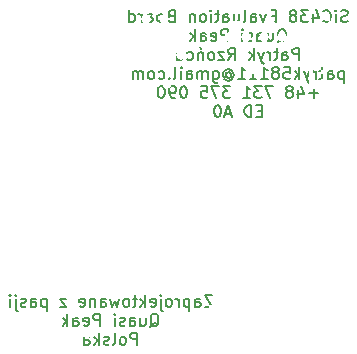
<source format=gbo>
%TF.GenerationSoftware,KiCad,Pcbnew,6.0.1-79c1e3a40b~116~ubuntu20.04.1*%
%TF.CreationDate,2022-01-22T21:44:10+01:00*%
%TF.ProjectId,Step_Down_Converter,53746570-5f44-46f7-976e-5f436f6e7665,rev?*%
%TF.SameCoordinates,Original*%
%TF.FileFunction,Legend,Bot*%
%TF.FilePolarity,Positive*%
%FSLAX46Y46*%
G04 Gerber Fmt 4.6, Leading zero omitted, Abs format (unit mm)*
G04 Created by KiCad (PCBNEW 6.0.1-79c1e3a40b~116~ubuntu20.04.1) date 2022-01-22 21:44:10*
%MOMM*%
%LPD*%
G01*
G04 APERTURE LIST*
%ADD10C,0.150000*%
%ADD11R,1.700000X1.700000*%
%ADD12O,1.700000X1.700000*%
%ADD13C,6.400000*%
%ADD14R,1.950000X1.950000*%
%ADD15C,1.950000*%
%ADD16C,0.400000*%
%ADD17C,0.800000*%
G04 APERTURE END LIST*
D10*
X187619047Y-137342380D02*
X186952380Y-137342380D01*
X187619047Y-138342380D01*
X186952380Y-138342380D01*
X186142857Y-138342380D02*
X186142857Y-137818571D01*
X186190476Y-137723333D01*
X186285714Y-137675714D01*
X186476190Y-137675714D01*
X186571428Y-137723333D01*
X186142857Y-138294761D02*
X186238095Y-138342380D01*
X186476190Y-138342380D01*
X186571428Y-138294761D01*
X186619047Y-138199523D01*
X186619047Y-138104285D01*
X186571428Y-138009047D01*
X186476190Y-137961428D01*
X186238095Y-137961428D01*
X186142857Y-137913809D01*
X185666666Y-137675714D02*
X185666666Y-138675714D01*
X185666666Y-137723333D02*
X185571428Y-137675714D01*
X185380952Y-137675714D01*
X185285714Y-137723333D01*
X185238095Y-137770952D01*
X185190476Y-137866190D01*
X185190476Y-138151904D01*
X185238095Y-138247142D01*
X185285714Y-138294761D01*
X185380952Y-138342380D01*
X185571428Y-138342380D01*
X185666666Y-138294761D01*
X184761904Y-138342380D02*
X184761904Y-137675714D01*
X184761904Y-137866190D02*
X184714285Y-137770952D01*
X184666666Y-137723333D01*
X184571428Y-137675714D01*
X184476190Y-137675714D01*
X184000000Y-138342380D02*
X184095238Y-138294761D01*
X184142857Y-138247142D01*
X184190476Y-138151904D01*
X184190476Y-137866190D01*
X184142857Y-137770952D01*
X184095238Y-137723333D01*
X184000000Y-137675714D01*
X183857142Y-137675714D01*
X183761904Y-137723333D01*
X183714285Y-137770952D01*
X183666666Y-137866190D01*
X183666666Y-138151904D01*
X183714285Y-138247142D01*
X183761904Y-138294761D01*
X183857142Y-138342380D01*
X184000000Y-138342380D01*
X183238095Y-137675714D02*
X183238095Y-138532857D01*
X183285714Y-138628095D01*
X183380952Y-138675714D01*
X183428571Y-138675714D01*
X183238095Y-137342380D02*
X183285714Y-137390000D01*
X183238095Y-137437619D01*
X183190476Y-137390000D01*
X183238095Y-137342380D01*
X183238095Y-137437619D01*
X182380952Y-138294761D02*
X182476190Y-138342380D01*
X182666666Y-138342380D01*
X182761904Y-138294761D01*
X182809523Y-138199523D01*
X182809523Y-137818571D01*
X182761904Y-137723333D01*
X182666666Y-137675714D01*
X182476190Y-137675714D01*
X182380952Y-137723333D01*
X182333333Y-137818571D01*
X182333333Y-137913809D01*
X182809523Y-138009047D01*
X181904761Y-138342380D02*
X181904761Y-137342380D01*
X181809523Y-137961428D02*
X181523809Y-138342380D01*
X181523809Y-137675714D02*
X181904761Y-138056666D01*
X181238095Y-137675714D02*
X180857142Y-137675714D01*
X181095238Y-137342380D02*
X181095238Y-138199523D01*
X181047619Y-138294761D01*
X180952380Y-138342380D01*
X180857142Y-138342380D01*
X180380952Y-138342380D02*
X180476190Y-138294761D01*
X180523809Y-138247142D01*
X180571428Y-138151904D01*
X180571428Y-137866190D01*
X180523809Y-137770952D01*
X180476190Y-137723333D01*
X180380952Y-137675714D01*
X180238095Y-137675714D01*
X180142857Y-137723333D01*
X180095238Y-137770952D01*
X180047619Y-137866190D01*
X180047619Y-138151904D01*
X180095238Y-138247142D01*
X180142857Y-138294761D01*
X180238095Y-138342380D01*
X180380952Y-138342380D01*
X179714285Y-137675714D02*
X179523809Y-138342380D01*
X179333333Y-137866190D01*
X179142857Y-138342380D01*
X178952380Y-137675714D01*
X178142857Y-138342380D02*
X178142857Y-137818571D01*
X178190476Y-137723333D01*
X178285714Y-137675714D01*
X178476190Y-137675714D01*
X178571428Y-137723333D01*
X178142857Y-138294761D02*
X178238095Y-138342380D01*
X178476190Y-138342380D01*
X178571428Y-138294761D01*
X178619047Y-138199523D01*
X178619047Y-138104285D01*
X178571428Y-138009047D01*
X178476190Y-137961428D01*
X178238095Y-137961428D01*
X178142857Y-137913809D01*
X177666666Y-137675714D02*
X177666666Y-138342380D01*
X177666666Y-137770952D02*
X177619047Y-137723333D01*
X177523809Y-137675714D01*
X177380952Y-137675714D01*
X177285714Y-137723333D01*
X177238095Y-137818571D01*
X177238095Y-138342380D01*
X176380952Y-138294761D02*
X176476190Y-138342380D01*
X176666666Y-138342380D01*
X176761904Y-138294761D01*
X176809523Y-138199523D01*
X176809523Y-137818571D01*
X176761904Y-137723333D01*
X176666666Y-137675714D01*
X176476190Y-137675714D01*
X176380952Y-137723333D01*
X176333333Y-137818571D01*
X176333333Y-137913809D01*
X176809523Y-138009047D01*
X175238095Y-137675714D02*
X174714285Y-137675714D01*
X175238095Y-138342380D01*
X174714285Y-138342380D01*
X173571428Y-137675714D02*
X173571428Y-138675714D01*
X173571428Y-137723333D02*
X173476190Y-137675714D01*
X173285714Y-137675714D01*
X173190476Y-137723333D01*
X173142857Y-137770952D01*
X173095238Y-137866190D01*
X173095238Y-138151904D01*
X173142857Y-138247142D01*
X173190476Y-138294761D01*
X173285714Y-138342380D01*
X173476190Y-138342380D01*
X173571428Y-138294761D01*
X172238095Y-138342380D02*
X172238095Y-137818571D01*
X172285714Y-137723333D01*
X172380952Y-137675714D01*
X172571428Y-137675714D01*
X172666666Y-137723333D01*
X172238095Y-138294761D02*
X172333333Y-138342380D01*
X172571428Y-138342380D01*
X172666666Y-138294761D01*
X172714285Y-138199523D01*
X172714285Y-138104285D01*
X172666666Y-138009047D01*
X172571428Y-137961428D01*
X172333333Y-137961428D01*
X172238095Y-137913809D01*
X171809523Y-138294761D02*
X171714285Y-138342380D01*
X171523809Y-138342380D01*
X171428571Y-138294761D01*
X171380952Y-138199523D01*
X171380952Y-138151904D01*
X171428571Y-138056666D01*
X171523809Y-138009047D01*
X171666666Y-138009047D01*
X171761904Y-137961428D01*
X171809523Y-137866190D01*
X171809523Y-137818571D01*
X171761904Y-137723333D01*
X171666666Y-137675714D01*
X171523809Y-137675714D01*
X171428571Y-137723333D01*
X170952380Y-137675714D02*
X170952380Y-138532857D01*
X171000000Y-138628095D01*
X171095238Y-138675714D01*
X171142857Y-138675714D01*
X170952380Y-137342380D02*
X171000000Y-137390000D01*
X170952380Y-137437619D01*
X170904761Y-137390000D01*
X170952380Y-137342380D01*
X170952380Y-137437619D01*
X170476190Y-138342380D02*
X170476190Y-137675714D01*
X170476190Y-137342380D02*
X170523809Y-137390000D01*
X170476190Y-137437619D01*
X170428571Y-137390000D01*
X170476190Y-137342380D01*
X170476190Y-137437619D01*
X182333333Y-140047619D02*
X182428571Y-140000000D01*
X182523809Y-139904761D01*
X182666666Y-139761904D01*
X182761904Y-139714285D01*
X182857142Y-139714285D01*
X182809523Y-139952380D02*
X182904761Y-139904761D01*
X183000000Y-139809523D01*
X183047619Y-139619047D01*
X183047619Y-139285714D01*
X183000000Y-139095238D01*
X182904761Y-139000000D01*
X182809523Y-138952380D01*
X182619047Y-138952380D01*
X182523809Y-139000000D01*
X182428571Y-139095238D01*
X182380952Y-139285714D01*
X182380952Y-139619047D01*
X182428571Y-139809523D01*
X182523809Y-139904761D01*
X182619047Y-139952380D01*
X182809523Y-139952380D01*
X181523809Y-139285714D02*
X181523809Y-139952380D01*
X181952380Y-139285714D02*
X181952380Y-139809523D01*
X181904761Y-139904761D01*
X181809523Y-139952380D01*
X181666666Y-139952380D01*
X181571428Y-139904761D01*
X181523809Y-139857142D01*
X180619047Y-139952380D02*
X180619047Y-139428571D01*
X180666666Y-139333333D01*
X180761904Y-139285714D01*
X180952380Y-139285714D01*
X181047619Y-139333333D01*
X180619047Y-139904761D02*
X180714285Y-139952380D01*
X180952380Y-139952380D01*
X181047619Y-139904761D01*
X181095238Y-139809523D01*
X181095238Y-139714285D01*
X181047619Y-139619047D01*
X180952380Y-139571428D01*
X180714285Y-139571428D01*
X180619047Y-139523809D01*
X180190476Y-139904761D02*
X180095238Y-139952380D01*
X179904761Y-139952380D01*
X179809523Y-139904761D01*
X179761904Y-139809523D01*
X179761904Y-139761904D01*
X179809523Y-139666666D01*
X179904761Y-139619047D01*
X180047619Y-139619047D01*
X180142857Y-139571428D01*
X180190476Y-139476190D01*
X180190476Y-139428571D01*
X180142857Y-139333333D01*
X180047619Y-139285714D01*
X179904761Y-139285714D01*
X179809523Y-139333333D01*
X179333333Y-139952380D02*
X179333333Y-139285714D01*
X179333333Y-138952380D02*
X179380952Y-139000000D01*
X179333333Y-139047619D01*
X179285714Y-139000000D01*
X179333333Y-138952380D01*
X179333333Y-139047619D01*
X178095238Y-139952380D02*
X178095238Y-138952380D01*
X177714285Y-138952380D01*
X177619047Y-139000000D01*
X177571428Y-139047619D01*
X177523809Y-139142857D01*
X177523809Y-139285714D01*
X177571428Y-139380952D01*
X177619047Y-139428571D01*
X177714285Y-139476190D01*
X178095238Y-139476190D01*
X176714285Y-139904761D02*
X176809523Y-139952380D01*
X177000000Y-139952380D01*
X177095238Y-139904761D01*
X177142857Y-139809523D01*
X177142857Y-139428571D01*
X177095238Y-139333333D01*
X177000000Y-139285714D01*
X176809523Y-139285714D01*
X176714285Y-139333333D01*
X176666666Y-139428571D01*
X176666666Y-139523809D01*
X177142857Y-139619047D01*
X175809523Y-139952380D02*
X175809523Y-139428571D01*
X175857142Y-139333333D01*
X175952380Y-139285714D01*
X176142857Y-139285714D01*
X176238095Y-139333333D01*
X175809523Y-139904761D02*
X175904761Y-139952380D01*
X176142857Y-139952380D01*
X176238095Y-139904761D01*
X176285714Y-139809523D01*
X176285714Y-139714285D01*
X176238095Y-139619047D01*
X176142857Y-139571428D01*
X175904761Y-139571428D01*
X175809523Y-139523809D01*
X175333333Y-139952380D02*
X175333333Y-138952380D01*
X175238095Y-139571428D02*
X174952380Y-139952380D01*
X174952380Y-139285714D02*
X175333333Y-139666666D01*
X181238095Y-141562380D02*
X181238095Y-140562380D01*
X180857142Y-140562380D01*
X180761904Y-140610000D01*
X180714285Y-140657619D01*
X180666666Y-140752857D01*
X180666666Y-140895714D01*
X180714285Y-140990952D01*
X180761904Y-141038571D01*
X180857142Y-141086190D01*
X181238095Y-141086190D01*
X180095238Y-141562380D02*
X180190476Y-141514761D01*
X180238095Y-141467142D01*
X180285714Y-141371904D01*
X180285714Y-141086190D01*
X180238095Y-140990952D01*
X180190476Y-140943333D01*
X180095238Y-140895714D01*
X179952380Y-140895714D01*
X179857142Y-140943333D01*
X179809523Y-140990952D01*
X179761904Y-141086190D01*
X179761904Y-141371904D01*
X179809523Y-141467142D01*
X179857142Y-141514761D01*
X179952380Y-141562380D01*
X180095238Y-141562380D01*
X179190476Y-141562380D02*
X179285714Y-141514761D01*
X179333333Y-141419523D01*
X179333333Y-140562380D01*
X178857142Y-141514761D02*
X178761904Y-141562380D01*
X178571428Y-141562380D01*
X178476190Y-141514761D01*
X178428571Y-141419523D01*
X178428571Y-141371904D01*
X178476190Y-141276666D01*
X178571428Y-141229047D01*
X178714285Y-141229047D01*
X178809523Y-141181428D01*
X178857142Y-141086190D01*
X178857142Y-141038571D01*
X178809523Y-140943333D01*
X178714285Y-140895714D01*
X178571428Y-140895714D01*
X178476190Y-140943333D01*
X178000000Y-141562380D02*
X178000000Y-140562380D01*
X177904761Y-141181428D02*
X177619047Y-141562380D01*
X177619047Y-140895714D02*
X178000000Y-141276666D01*
X176761904Y-141562380D02*
X176761904Y-141038571D01*
X176809523Y-140943333D01*
X176904761Y-140895714D01*
X177095238Y-140895714D01*
X177190476Y-140943333D01*
X176761904Y-141514761D02*
X176857142Y-141562380D01*
X177095238Y-141562380D01*
X177190476Y-141514761D01*
X177238095Y-141419523D01*
X177238095Y-141324285D01*
X177190476Y-141229047D01*
X177095238Y-141181428D01*
X176857142Y-141181428D01*
X176761904Y-141133809D01*
X199061904Y-114179761D02*
X198919047Y-114227380D01*
X198680952Y-114227380D01*
X198585714Y-114179761D01*
X198538095Y-114132142D01*
X198490476Y-114036904D01*
X198490476Y-113941666D01*
X198538095Y-113846428D01*
X198585714Y-113798809D01*
X198680952Y-113751190D01*
X198871428Y-113703571D01*
X198966666Y-113655952D01*
X199014285Y-113608333D01*
X199061904Y-113513095D01*
X199061904Y-113417857D01*
X199014285Y-113322619D01*
X198966666Y-113275000D01*
X198871428Y-113227380D01*
X198633333Y-113227380D01*
X198490476Y-113275000D01*
X198061904Y-114227380D02*
X198061904Y-113560714D01*
X198061904Y-113227380D02*
X198109523Y-113275000D01*
X198061904Y-113322619D01*
X198014285Y-113275000D01*
X198061904Y-113227380D01*
X198061904Y-113322619D01*
X197014285Y-114132142D02*
X197061904Y-114179761D01*
X197204761Y-114227380D01*
X197300000Y-114227380D01*
X197442857Y-114179761D01*
X197538095Y-114084523D01*
X197585714Y-113989285D01*
X197633333Y-113798809D01*
X197633333Y-113655952D01*
X197585714Y-113465476D01*
X197538095Y-113370238D01*
X197442857Y-113275000D01*
X197300000Y-113227380D01*
X197204761Y-113227380D01*
X197061904Y-113275000D01*
X197014285Y-113322619D01*
X196157142Y-113560714D02*
X196157142Y-114227380D01*
X196395238Y-113179761D02*
X196633333Y-113894047D01*
X196014285Y-113894047D01*
X195728571Y-113227380D02*
X195109523Y-113227380D01*
X195442857Y-113608333D01*
X195300000Y-113608333D01*
X195204761Y-113655952D01*
X195157142Y-113703571D01*
X195109523Y-113798809D01*
X195109523Y-114036904D01*
X195157142Y-114132142D01*
X195204761Y-114179761D01*
X195300000Y-114227380D01*
X195585714Y-114227380D01*
X195680952Y-114179761D01*
X195728571Y-114132142D01*
X194538095Y-113655952D02*
X194633333Y-113608333D01*
X194680952Y-113560714D01*
X194728571Y-113465476D01*
X194728571Y-113417857D01*
X194680952Y-113322619D01*
X194633333Y-113275000D01*
X194538095Y-113227380D01*
X194347619Y-113227380D01*
X194252380Y-113275000D01*
X194204761Y-113322619D01*
X194157142Y-113417857D01*
X194157142Y-113465476D01*
X194204761Y-113560714D01*
X194252380Y-113608333D01*
X194347619Y-113655952D01*
X194538095Y-113655952D01*
X194633333Y-113703571D01*
X194680952Y-113751190D01*
X194728571Y-113846428D01*
X194728571Y-114036904D01*
X194680952Y-114132142D01*
X194633333Y-114179761D01*
X194538095Y-114227380D01*
X194347619Y-114227380D01*
X194252380Y-114179761D01*
X194204761Y-114132142D01*
X194157142Y-114036904D01*
X194157142Y-113846428D01*
X194204761Y-113751190D01*
X194252380Y-113703571D01*
X194347619Y-113655952D01*
X192966666Y-113703571D02*
X192633333Y-113703571D01*
X192490476Y-114227380D02*
X192966666Y-114227380D01*
X192966666Y-113227380D01*
X192490476Y-113227380D01*
X192157142Y-113560714D02*
X191919047Y-114227380D01*
X191680952Y-113560714D01*
X190871428Y-114227380D02*
X190871428Y-113703571D01*
X190919047Y-113608333D01*
X191014285Y-113560714D01*
X191204761Y-113560714D01*
X191300000Y-113608333D01*
X190871428Y-114179761D02*
X190966666Y-114227380D01*
X191204761Y-114227380D01*
X191300000Y-114179761D01*
X191347619Y-114084523D01*
X191347619Y-113989285D01*
X191300000Y-113894047D01*
X191204761Y-113846428D01*
X190966666Y-113846428D01*
X190871428Y-113798809D01*
X190252380Y-114227380D02*
X190347619Y-114179761D01*
X190395238Y-114084523D01*
X190395238Y-113227380D01*
X189442857Y-113560714D02*
X189442857Y-114227380D01*
X189871428Y-113560714D02*
X189871428Y-114084523D01*
X189823809Y-114179761D01*
X189728571Y-114227380D01*
X189585714Y-114227380D01*
X189490476Y-114179761D01*
X189442857Y-114132142D01*
X188538095Y-114227380D02*
X188538095Y-113703571D01*
X188585714Y-113608333D01*
X188680952Y-113560714D01*
X188871428Y-113560714D01*
X188966666Y-113608333D01*
X188538095Y-114179761D02*
X188633333Y-114227380D01*
X188871428Y-114227380D01*
X188966666Y-114179761D01*
X189014285Y-114084523D01*
X189014285Y-113989285D01*
X188966666Y-113894047D01*
X188871428Y-113846428D01*
X188633333Y-113846428D01*
X188538095Y-113798809D01*
X188204761Y-113560714D02*
X187823809Y-113560714D01*
X188061904Y-113227380D02*
X188061904Y-114084523D01*
X188014285Y-114179761D01*
X187919047Y-114227380D01*
X187823809Y-114227380D01*
X187490476Y-114227380D02*
X187490476Y-113560714D01*
X187490476Y-113227380D02*
X187538095Y-113275000D01*
X187490476Y-113322619D01*
X187442857Y-113275000D01*
X187490476Y-113227380D01*
X187490476Y-113322619D01*
X186871428Y-114227380D02*
X186966666Y-114179761D01*
X187014285Y-114132142D01*
X187061904Y-114036904D01*
X187061904Y-113751190D01*
X187014285Y-113655952D01*
X186966666Y-113608333D01*
X186871428Y-113560714D01*
X186728571Y-113560714D01*
X186633333Y-113608333D01*
X186585714Y-113655952D01*
X186538095Y-113751190D01*
X186538095Y-114036904D01*
X186585714Y-114132142D01*
X186633333Y-114179761D01*
X186728571Y-114227380D01*
X186871428Y-114227380D01*
X186109523Y-113560714D02*
X186109523Y-114227380D01*
X186109523Y-113655952D02*
X186061904Y-113608333D01*
X185966666Y-113560714D01*
X185823809Y-113560714D01*
X185728571Y-113608333D01*
X185680952Y-113703571D01*
X185680952Y-114227380D01*
X184109523Y-113703571D02*
X183966666Y-113751190D01*
X183919047Y-113798809D01*
X183871428Y-113894047D01*
X183871428Y-114036904D01*
X183919047Y-114132142D01*
X183966666Y-114179761D01*
X184061904Y-114227380D01*
X184442857Y-114227380D01*
X184442857Y-113227380D01*
X184109523Y-113227380D01*
X184014285Y-113275000D01*
X183966666Y-113322619D01*
X183919047Y-113417857D01*
X183919047Y-113513095D01*
X183966666Y-113608333D01*
X184014285Y-113655952D01*
X184109523Y-113703571D01*
X184442857Y-113703571D01*
X183300000Y-114227380D02*
X183395238Y-114179761D01*
X183442857Y-114132142D01*
X183490476Y-114036904D01*
X183490476Y-113751190D01*
X183442857Y-113655952D01*
X183395238Y-113608333D01*
X183300000Y-113560714D01*
X183157142Y-113560714D01*
X183061904Y-113608333D01*
X183014285Y-113655952D01*
X182966666Y-113751190D01*
X182966666Y-114036904D01*
X183014285Y-114132142D01*
X183061904Y-114179761D01*
X183157142Y-114227380D01*
X183300000Y-114227380D01*
X182109523Y-114227380D02*
X182109523Y-113703571D01*
X182157142Y-113608333D01*
X182252380Y-113560714D01*
X182442857Y-113560714D01*
X182538095Y-113608333D01*
X182109523Y-114179761D02*
X182204761Y-114227380D01*
X182442857Y-114227380D01*
X182538095Y-114179761D01*
X182585714Y-114084523D01*
X182585714Y-113989285D01*
X182538095Y-113894047D01*
X182442857Y-113846428D01*
X182204761Y-113846428D01*
X182109523Y-113798809D01*
X181633333Y-114227380D02*
X181633333Y-113560714D01*
X181633333Y-113751190D02*
X181585714Y-113655952D01*
X181538095Y-113608333D01*
X181442857Y-113560714D01*
X181347619Y-113560714D01*
X180585714Y-114227380D02*
X180585714Y-113227380D01*
X180585714Y-114179761D02*
X180680952Y-114227380D01*
X180871428Y-114227380D01*
X180966666Y-114179761D01*
X181014285Y-114132142D01*
X181061904Y-114036904D01*
X181061904Y-113751190D01*
X181014285Y-113655952D01*
X180966666Y-113608333D01*
X180871428Y-113560714D01*
X180680952Y-113560714D01*
X180585714Y-113608333D01*
X193133333Y-115932619D02*
X193228571Y-115885000D01*
X193323809Y-115789761D01*
X193466666Y-115646904D01*
X193561904Y-115599285D01*
X193657142Y-115599285D01*
X193609523Y-115837380D02*
X193704761Y-115789761D01*
X193800000Y-115694523D01*
X193847619Y-115504047D01*
X193847619Y-115170714D01*
X193800000Y-114980238D01*
X193704761Y-114885000D01*
X193609523Y-114837380D01*
X193419047Y-114837380D01*
X193323809Y-114885000D01*
X193228571Y-114980238D01*
X193180952Y-115170714D01*
X193180952Y-115504047D01*
X193228571Y-115694523D01*
X193323809Y-115789761D01*
X193419047Y-115837380D01*
X193609523Y-115837380D01*
X192323809Y-115170714D02*
X192323809Y-115837380D01*
X192752380Y-115170714D02*
X192752380Y-115694523D01*
X192704761Y-115789761D01*
X192609523Y-115837380D01*
X192466666Y-115837380D01*
X192371428Y-115789761D01*
X192323809Y-115742142D01*
X191419047Y-115837380D02*
X191419047Y-115313571D01*
X191466666Y-115218333D01*
X191561904Y-115170714D01*
X191752380Y-115170714D01*
X191847619Y-115218333D01*
X191419047Y-115789761D02*
X191514285Y-115837380D01*
X191752380Y-115837380D01*
X191847619Y-115789761D01*
X191895238Y-115694523D01*
X191895238Y-115599285D01*
X191847619Y-115504047D01*
X191752380Y-115456428D01*
X191514285Y-115456428D01*
X191419047Y-115408809D01*
X190990476Y-115789761D02*
X190895238Y-115837380D01*
X190704761Y-115837380D01*
X190609523Y-115789761D01*
X190561904Y-115694523D01*
X190561904Y-115646904D01*
X190609523Y-115551666D01*
X190704761Y-115504047D01*
X190847619Y-115504047D01*
X190942857Y-115456428D01*
X190990476Y-115361190D01*
X190990476Y-115313571D01*
X190942857Y-115218333D01*
X190847619Y-115170714D01*
X190704761Y-115170714D01*
X190609523Y-115218333D01*
X190133333Y-115837380D02*
X190133333Y-115170714D01*
X190133333Y-114837380D02*
X190180952Y-114885000D01*
X190133333Y-114932619D01*
X190085714Y-114885000D01*
X190133333Y-114837380D01*
X190133333Y-114932619D01*
X188895238Y-115837380D02*
X188895238Y-114837380D01*
X188514285Y-114837380D01*
X188419047Y-114885000D01*
X188371428Y-114932619D01*
X188323809Y-115027857D01*
X188323809Y-115170714D01*
X188371428Y-115265952D01*
X188419047Y-115313571D01*
X188514285Y-115361190D01*
X188895238Y-115361190D01*
X187514285Y-115789761D02*
X187609523Y-115837380D01*
X187800000Y-115837380D01*
X187895238Y-115789761D01*
X187942857Y-115694523D01*
X187942857Y-115313571D01*
X187895238Y-115218333D01*
X187800000Y-115170714D01*
X187609523Y-115170714D01*
X187514285Y-115218333D01*
X187466666Y-115313571D01*
X187466666Y-115408809D01*
X187942857Y-115504047D01*
X186609523Y-115837380D02*
X186609523Y-115313571D01*
X186657142Y-115218333D01*
X186752380Y-115170714D01*
X186942857Y-115170714D01*
X187038095Y-115218333D01*
X186609523Y-115789761D02*
X186704761Y-115837380D01*
X186942857Y-115837380D01*
X187038095Y-115789761D01*
X187085714Y-115694523D01*
X187085714Y-115599285D01*
X187038095Y-115504047D01*
X186942857Y-115456428D01*
X186704761Y-115456428D01*
X186609523Y-115408809D01*
X186133333Y-115837380D02*
X186133333Y-114837380D01*
X186038095Y-115456428D02*
X185752380Y-115837380D01*
X185752380Y-115170714D02*
X186133333Y-115551666D01*
X194966666Y-117447380D02*
X194966666Y-116447380D01*
X194585714Y-116447380D01*
X194490476Y-116495000D01*
X194442857Y-116542619D01*
X194395238Y-116637857D01*
X194395238Y-116780714D01*
X194442857Y-116875952D01*
X194490476Y-116923571D01*
X194585714Y-116971190D01*
X194966666Y-116971190D01*
X193538095Y-117447380D02*
X193538095Y-116923571D01*
X193585714Y-116828333D01*
X193680952Y-116780714D01*
X193871428Y-116780714D01*
X193966666Y-116828333D01*
X193538095Y-117399761D02*
X193633333Y-117447380D01*
X193871428Y-117447380D01*
X193966666Y-117399761D01*
X194014285Y-117304523D01*
X194014285Y-117209285D01*
X193966666Y-117114047D01*
X193871428Y-117066428D01*
X193633333Y-117066428D01*
X193538095Y-117018809D01*
X193204761Y-116780714D02*
X192823809Y-116780714D01*
X193061904Y-116447380D02*
X193061904Y-117304523D01*
X193014285Y-117399761D01*
X192919047Y-117447380D01*
X192823809Y-117447380D01*
X192490476Y-117447380D02*
X192490476Y-116780714D01*
X192490476Y-116971190D02*
X192442857Y-116875952D01*
X192395238Y-116828333D01*
X192300000Y-116780714D01*
X192204761Y-116780714D01*
X191966666Y-116780714D02*
X191728571Y-117447380D01*
X191490476Y-116780714D02*
X191728571Y-117447380D01*
X191823809Y-117685476D01*
X191871428Y-117733095D01*
X191966666Y-117780714D01*
X191109523Y-117447380D02*
X191109523Y-116447380D01*
X191014285Y-117066428D02*
X190728571Y-117447380D01*
X190728571Y-116780714D02*
X191109523Y-117161666D01*
X188966666Y-117447380D02*
X189300000Y-116971190D01*
X189538095Y-117447380D02*
X189538095Y-116447380D01*
X189157142Y-116447380D01*
X189061904Y-116495000D01*
X189014285Y-116542619D01*
X188966666Y-116637857D01*
X188966666Y-116780714D01*
X189014285Y-116875952D01*
X189061904Y-116923571D01*
X189157142Y-116971190D01*
X189538095Y-116971190D01*
X188633333Y-116780714D02*
X188109523Y-116780714D01*
X188633333Y-117447380D01*
X188109523Y-117447380D01*
X187585714Y-117447380D02*
X187680952Y-117399761D01*
X187728571Y-117352142D01*
X187776190Y-117256904D01*
X187776190Y-116971190D01*
X187728571Y-116875952D01*
X187680952Y-116828333D01*
X187585714Y-116780714D01*
X187442857Y-116780714D01*
X187347619Y-116828333D01*
X187300000Y-116875952D01*
X187252380Y-116971190D01*
X187252380Y-117256904D01*
X187300000Y-117352142D01*
X187347619Y-117399761D01*
X187442857Y-117447380D01*
X187585714Y-117447380D01*
X186823809Y-116780714D02*
X186823809Y-117447380D01*
X186823809Y-116875952D02*
X186776190Y-116828333D01*
X186680952Y-116780714D01*
X186538095Y-116780714D01*
X186442857Y-116828333D01*
X186395238Y-116923571D01*
X186395238Y-117447380D01*
X186538095Y-116399761D02*
X186680952Y-116542619D01*
X185490476Y-117399761D02*
X185585714Y-117447380D01*
X185776190Y-117447380D01*
X185871428Y-117399761D01*
X185919047Y-117352142D01*
X185966666Y-117256904D01*
X185966666Y-116971190D01*
X185919047Y-116875952D01*
X185871428Y-116828333D01*
X185776190Y-116780714D01*
X185585714Y-116780714D01*
X185490476Y-116828333D01*
X184633333Y-117447380D02*
X184633333Y-116923571D01*
X184680952Y-116828333D01*
X184776190Y-116780714D01*
X184966666Y-116780714D01*
X185061904Y-116828333D01*
X184633333Y-117399761D02*
X184728571Y-117447380D01*
X184966666Y-117447380D01*
X185061904Y-117399761D01*
X185109523Y-117304523D01*
X185109523Y-117209285D01*
X185061904Y-117114047D01*
X184966666Y-117066428D01*
X184728571Y-117066428D01*
X184633333Y-117018809D01*
X198728571Y-118390714D02*
X198728571Y-119390714D01*
X198728571Y-118438333D02*
X198633333Y-118390714D01*
X198442857Y-118390714D01*
X198347619Y-118438333D01*
X198300000Y-118485952D01*
X198252380Y-118581190D01*
X198252380Y-118866904D01*
X198300000Y-118962142D01*
X198347619Y-119009761D01*
X198442857Y-119057380D01*
X198633333Y-119057380D01*
X198728571Y-119009761D01*
X197395238Y-119057380D02*
X197395238Y-118533571D01*
X197442857Y-118438333D01*
X197538095Y-118390714D01*
X197728571Y-118390714D01*
X197823809Y-118438333D01*
X197395238Y-119009761D02*
X197490476Y-119057380D01*
X197728571Y-119057380D01*
X197823809Y-119009761D01*
X197871428Y-118914523D01*
X197871428Y-118819285D01*
X197823809Y-118724047D01*
X197728571Y-118676428D01*
X197490476Y-118676428D01*
X197395238Y-118628809D01*
X197061904Y-118390714D02*
X196680952Y-118390714D01*
X196919047Y-118057380D02*
X196919047Y-118914523D01*
X196871428Y-119009761D01*
X196776190Y-119057380D01*
X196680952Y-119057380D01*
X196347619Y-119057380D02*
X196347619Y-118390714D01*
X196347619Y-118581190D02*
X196300000Y-118485952D01*
X196252380Y-118438333D01*
X196157142Y-118390714D01*
X196061904Y-118390714D01*
X195823809Y-118390714D02*
X195585714Y-119057380D01*
X195347619Y-118390714D02*
X195585714Y-119057380D01*
X195680952Y-119295476D01*
X195728571Y-119343095D01*
X195823809Y-119390714D01*
X194966666Y-119057380D02*
X194966666Y-118057380D01*
X194871428Y-118676428D02*
X194585714Y-119057380D01*
X194585714Y-118390714D02*
X194966666Y-118771666D01*
X193680952Y-118057380D02*
X194157142Y-118057380D01*
X194204761Y-118533571D01*
X194157142Y-118485952D01*
X194061904Y-118438333D01*
X193823809Y-118438333D01*
X193728571Y-118485952D01*
X193680952Y-118533571D01*
X193633333Y-118628809D01*
X193633333Y-118866904D01*
X193680952Y-118962142D01*
X193728571Y-119009761D01*
X193823809Y-119057380D01*
X194061904Y-119057380D01*
X194157142Y-119009761D01*
X194204761Y-118962142D01*
X193061904Y-118485952D02*
X193157142Y-118438333D01*
X193204761Y-118390714D01*
X193252380Y-118295476D01*
X193252380Y-118247857D01*
X193204761Y-118152619D01*
X193157142Y-118105000D01*
X193061904Y-118057380D01*
X192871428Y-118057380D01*
X192776190Y-118105000D01*
X192728571Y-118152619D01*
X192680952Y-118247857D01*
X192680952Y-118295476D01*
X192728571Y-118390714D01*
X192776190Y-118438333D01*
X192871428Y-118485952D01*
X193061904Y-118485952D01*
X193157142Y-118533571D01*
X193204761Y-118581190D01*
X193252380Y-118676428D01*
X193252380Y-118866904D01*
X193204761Y-118962142D01*
X193157142Y-119009761D01*
X193061904Y-119057380D01*
X192871428Y-119057380D01*
X192776190Y-119009761D01*
X192728571Y-118962142D01*
X192680952Y-118866904D01*
X192680952Y-118676428D01*
X192728571Y-118581190D01*
X192776190Y-118533571D01*
X192871428Y-118485952D01*
X191728571Y-119057380D02*
X192300000Y-119057380D01*
X192014285Y-119057380D02*
X192014285Y-118057380D01*
X192109523Y-118200238D01*
X192204761Y-118295476D01*
X192300000Y-118343095D01*
X190776190Y-119057380D02*
X191347619Y-119057380D01*
X191061904Y-119057380D02*
X191061904Y-118057380D01*
X191157142Y-118200238D01*
X191252380Y-118295476D01*
X191347619Y-118343095D01*
X189823809Y-119057380D02*
X190395238Y-119057380D01*
X190109523Y-119057380D02*
X190109523Y-118057380D01*
X190204761Y-118200238D01*
X190300000Y-118295476D01*
X190395238Y-118343095D01*
X188776190Y-118581190D02*
X188823809Y-118533571D01*
X188919047Y-118485952D01*
X189014285Y-118485952D01*
X189109523Y-118533571D01*
X189157142Y-118581190D01*
X189204761Y-118676428D01*
X189204761Y-118771666D01*
X189157142Y-118866904D01*
X189109523Y-118914523D01*
X189014285Y-118962142D01*
X188919047Y-118962142D01*
X188823809Y-118914523D01*
X188776190Y-118866904D01*
X188776190Y-118485952D02*
X188776190Y-118866904D01*
X188728571Y-118914523D01*
X188680952Y-118914523D01*
X188585714Y-118866904D01*
X188538095Y-118771666D01*
X188538095Y-118533571D01*
X188633333Y-118390714D01*
X188776190Y-118295476D01*
X188966666Y-118247857D01*
X189157142Y-118295476D01*
X189300000Y-118390714D01*
X189395238Y-118533571D01*
X189442857Y-118724047D01*
X189395238Y-118914523D01*
X189300000Y-119057380D01*
X189157142Y-119152619D01*
X188966666Y-119200238D01*
X188776190Y-119152619D01*
X188633333Y-119057380D01*
X187680952Y-118390714D02*
X187680952Y-119200238D01*
X187728571Y-119295476D01*
X187776190Y-119343095D01*
X187871428Y-119390714D01*
X188014285Y-119390714D01*
X188109523Y-119343095D01*
X187680952Y-119009761D02*
X187776190Y-119057380D01*
X187966666Y-119057380D01*
X188061904Y-119009761D01*
X188109523Y-118962142D01*
X188157142Y-118866904D01*
X188157142Y-118581190D01*
X188109523Y-118485952D01*
X188061904Y-118438333D01*
X187966666Y-118390714D01*
X187776190Y-118390714D01*
X187680952Y-118438333D01*
X187204761Y-119057380D02*
X187204761Y-118390714D01*
X187204761Y-118485952D02*
X187157142Y-118438333D01*
X187061904Y-118390714D01*
X186919047Y-118390714D01*
X186823809Y-118438333D01*
X186776190Y-118533571D01*
X186776190Y-119057380D01*
X186776190Y-118533571D02*
X186728571Y-118438333D01*
X186633333Y-118390714D01*
X186490476Y-118390714D01*
X186395238Y-118438333D01*
X186347619Y-118533571D01*
X186347619Y-119057380D01*
X185442857Y-119057380D02*
X185442857Y-118533571D01*
X185490476Y-118438333D01*
X185585714Y-118390714D01*
X185776190Y-118390714D01*
X185871428Y-118438333D01*
X185442857Y-119009761D02*
X185538095Y-119057380D01*
X185776190Y-119057380D01*
X185871428Y-119009761D01*
X185919047Y-118914523D01*
X185919047Y-118819285D01*
X185871428Y-118724047D01*
X185776190Y-118676428D01*
X185538095Y-118676428D01*
X185442857Y-118628809D01*
X184966666Y-119057380D02*
X184966666Y-118390714D01*
X184966666Y-118057380D02*
X185014285Y-118105000D01*
X184966666Y-118152619D01*
X184919047Y-118105000D01*
X184966666Y-118057380D01*
X184966666Y-118152619D01*
X184347619Y-119057380D02*
X184442857Y-119009761D01*
X184490476Y-118914523D01*
X184490476Y-118057380D01*
X183966666Y-118962142D02*
X183919047Y-119009761D01*
X183966666Y-119057380D01*
X184014285Y-119009761D01*
X183966666Y-118962142D01*
X183966666Y-119057380D01*
X183061904Y-119009761D02*
X183157142Y-119057380D01*
X183347619Y-119057380D01*
X183442857Y-119009761D01*
X183490476Y-118962142D01*
X183538095Y-118866904D01*
X183538095Y-118581190D01*
X183490476Y-118485952D01*
X183442857Y-118438333D01*
X183347619Y-118390714D01*
X183157142Y-118390714D01*
X183061904Y-118438333D01*
X182490476Y-119057380D02*
X182585714Y-119009761D01*
X182633333Y-118962142D01*
X182680952Y-118866904D01*
X182680952Y-118581190D01*
X182633333Y-118485952D01*
X182585714Y-118438333D01*
X182490476Y-118390714D01*
X182347619Y-118390714D01*
X182252380Y-118438333D01*
X182204761Y-118485952D01*
X182157142Y-118581190D01*
X182157142Y-118866904D01*
X182204761Y-118962142D01*
X182252380Y-119009761D01*
X182347619Y-119057380D01*
X182490476Y-119057380D01*
X181728571Y-119057380D02*
X181728571Y-118390714D01*
X181728571Y-118485952D02*
X181680952Y-118438333D01*
X181585714Y-118390714D01*
X181442857Y-118390714D01*
X181347619Y-118438333D01*
X181300000Y-118533571D01*
X181300000Y-119057380D01*
X181300000Y-118533571D02*
X181252380Y-118438333D01*
X181157142Y-118390714D01*
X181014285Y-118390714D01*
X180919047Y-118438333D01*
X180871428Y-118533571D01*
X180871428Y-119057380D01*
X196561904Y-120286428D02*
X195800000Y-120286428D01*
X196180952Y-120667380D02*
X196180952Y-119905476D01*
X194895238Y-120000714D02*
X194895238Y-120667380D01*
X195133333Y-119619761D02*
X195371428Y-120334047D01*
X194752380Y-120334047D01*
X194228571Y-120095952D02*
X194323809Y-120048333D01*
X194371428Y-120000714D01*
X194419047Y-119905476D01*
X194419047Y-119857857D01*
X194371428Y-119762619D01*
X194323809Y-119715000D01*
X194228571Y-119667380D01*
X194038095Y-119667380D01*
X193942857Y-119715000D01*
X193895238Y-119762619D01*
X193847619Y-119857857D01*
X193847619Y-119905476D01*
X193895238Y-120000714D01*
X193942857Y-120048333D01*
X194038095Y-120095952D01*
X194228571Y-120095952D01*
X194323809Y-120143571D01*
X194371428Y-120191190D01*
X194419047Y-120286428D01*
X194419047Y-120476904D01*
X194371428Y-120572142D01*
X194323809Y-120619761D01*
X194228571Y-120667380D01*
X194038095Y-120667380D01*
X193942857Y-120619761D01*
X193895238Y-120572142D01*
X193847619Y-120476904D01*
X193847619Y-120286428D01*
X193895238Y-120191190D01*
X193942857Y-120143571D01*
X194038095Y-120095952D01*
X192752380Y-119667380D02*
X192085714Y-119667380D01*
X192514285Y-120667380D01*
X191800000Y-119667380D02*
X191180952Y-119667380D01*
X191514285Y-120048333D01*
X191371428Y-120048333D01*
X191276190Y-120095952D01*
X191228571Y-120143571D01*
X191180952Y-120238809D01*
X191180952Y-120476904D01*
X191228571Y-120572142D01*
X191276190Y-120619761D01*
X191371428Y-120667380D01*
X191657142Y-120667380D01*
X191752380Y-120619761D01*
X191800000Y-120572142D01*
X190228571Y-120667380D02*
X190800000Y-120667380D01*
X190514285Y-120667380D02*
X190514285Y-119667380D01*
X190609523Y-119810238D01*
X190704761Y-119905476D01*
X190800000Y-119953095D01*
X189133333Y-119667380D02*
X188514285Y-119667380D01*
X188847619Y-120048333D01*
X188704761Y-120048333D01*
X188609523Y-120095952D01*
X188561904Y-120143571D01*
X188514285Y-120238809D01*
X188514285Y-120476904D01*
X188561904Y-120572142D01*
X188609523Y-120619761D01*
X188704761Y-120667380D01*
X188990476Y-120667380D01*
X189085714Y-120619761D01*
X189133333Y-120572142D01*
X188180952Y-119667380D02*
X187514285Y-119667380D01*
X187942857Y-120667380D01*
X186657142Y-119667380D02*
X187133333Y-119667380D01*
X187180952Y-120143571D01*
X187133333Y-120095952D01*
X187038095Y-120048333D01*
X186800000Y-120048333D01*
X186704761Y-120095952D01*
X186657142Y-120143571D01*
X186609523Y-120238809D01*
X186609523Y-120476904D01*
X186657142Y-120572142D01*
X186704761Y-120619761D01*
X186800000Y-120667380D01*
X187038095Y-120667380D01*
X187133333Y-120619761D01*
X187180952Y-120572142D01*
X185228571Y-119667380D02*
X185133333Y-119667380D01*
X185038095Y-119715000D01*
X184990476Y-119762619D01*
X184942857Y-119857857D01*
X184895238Y-120048333D01*
X184895238Y-120286428D01*
X184942857Y-120476904D01*
X184990476Y-120572142D01*
X185038095Y-120619761D01*
X185133333Y-120667380D01*
X185228571Y-120667380D01*
X185323809Y-120619761D01*
X185371428Y-120572142D01*
X185419047Y-120476904D01*
X185466666Y-120286428D01*
X185466666Y-120048333D01*
X185419047Y-119857857D01*
X185371428Y-119762619D01*
X185323809Y-119715000D01*
X185228571Y-119667380D01*
X184419047Y-120667380D02*
X184228571Y-120667380D01*
X184133333Y-120619761D01*
X184085714Y-120572142D01*
X183990476Y-120429285D01*
X183942857Y-120238809D01*
X183942857Y-119857857D01*
X183990476Y-119762619D01*
X184038095Y-119715000D01*
X184133333Y-119667380D01*
X184323809Y-119667380D01*
X184419047Y-119715000D01*
X184466666Y-119762619D01*
X184514285Y-119857857D01*
X184514285Y-120095952D01*
X184466666Y-120191190D01*
X184419047Y-120238809D01*
X184323809Y-120286428D01*
X184133333Y-120286428D01*
X184038095Y-120238809D01*
X183990476Y-120191190D01*
X183942857Y-120095952D01*
X183323809Y-119667380D02*
X183228571Y-119667380D01*
X183133333Y-119715000D01*
X183085714Y-119762619D01*
X183038095Y-119857857D01*
X182990476Y-120048333D01*
X182990476Y-120286428D01*
X183038095Y-120476904D01*
X183085714Y-120572142D01*
X183133333Y-120619761D01*
X183228571Y-120667380D01*
X183323809Y-120667380D01*
X183419047Y-120619761D01*
X183466666Y-120572142D01*
X183514285Y-120476904D01*
X183561904Y-120286428D01*
X183561904Y-120048333D01*
X183514285Y-119857857D01*
X183466666Y-119762619D01*
X183419047Y-119715000D01*
X183323809Y-119667380D01*
X191800000Y-121753571D02*
X191466666Y-121753571D01*
X191323809Y-122277380D02*
X191800000Y-122277380D01*
X191800000Y-121277380D01*
X191323809Y-121277380D01*
X190895238Y-122277380D02*
X190895238Y-121277380D01*
X190657142Y-121277380D01*
X190514285Y-121325000D01*
X190419047Y-121420238D01*
X190371428Y-121515476D01*
X190323809Y-121705952D01*
X190323809Y-121848809D01*
X190371428Y-122039285D01*
X190419047Y-122134523D01*
X190514285Y-122229761D01*
X190657142Y-122277380D01*
X190895238Y-122277380D01*
X189180952Y-121991666D02*
X188704761Y-121991666D01*
X189276190Y-122277380D02*
X188942857Y-121277380D01*
X188609523Y-122277380D01*
X188085714Y-121277380D02*
X187990476Y-121277380D01*
X187895238Y-121325000D01*
X187847619Y-121372619D01*
X187800000Y-121467857D01*
X187752380Y-121658333D01*
X187752380Y-121896428D01*
X187800000Y-122086904D01*
X187847619Y-122182142D01*
X187895238Y-122229761D01*
X187990476Y-122277380D01*
X188085714Y-122277380D01*
X188180952Y-122229761D01*
X188228571Y-122182142D01*
X188276190Y-122086904D01*
X188323809Y-121896428D01*
X188323809Y-121658333D01*
X188276190Y-121467857D01*
X188228571Y-121372619D01*
X188180952Y-121325000D01*
X188085714Y-121277380D01*
%LPC*%
D11*
X192550000Y-110300000D03*
D12*
X195090000Y-110300000D03*
D13*
X208100000Y-111400000D03*
D11*
X203358000Y-130350000D03*
D12*
X205898000Y-130350000D03*
X208438000Y-130350000D03*
D11*
X193945000Y-137650000D03*
D12*
X193945000Y-140190000D03*
X193945000Y-142730000D03*
D11*
X203358000Y-134000000D03*
D12*
X205898000Y-134000000D03*
X208438000Y-134000000D03*
D11*
X203358000Y-123050000D03*
D12*
X205898000Y-123050000D03*
X208438000Y-123050000D03*
D11*
X201311000Y-137650000D03*
D12*
X201311000Y-140190000D03*
X201311000Y-142730000D03*
D11*
X203358000Y-126700000D03*
D12*
X205898000Y-126700000D03*
X208438000Y-126700000D03*
D11*
X207775000Y-119400000D03*
D12*
X210315000Y-119400000D03*
D14*
X168662500Y-129750000D03*
D15*
X168662500Y-134750000D03*
X168662500Y-139750000D03*
X168662500Y-144750000D03*
D13*
X178600000Y-124500000D03*
D11*
X175785000Y-145700000D03*
D12*
X175785000Y-143160000D03*
X178325000Y-145700000D03*
X178325000Y-143160000D03*
X180865000Y-145700000D03*
X180865000Y-143160000D03*
X183405000Y-145700000D03*
X183405000Y-143160000D03*
D14*
X168662500Y-109600000D03*
D15*
X168662500Y-114600000D03*
X168662500Y-119600000D03*
X168662500Y-124600000D03*
D11*
X197628000Y-137650000D03*
D12*
X197628000Y-140190000D03*
X197628000Y-142730000D03*
D11*
X190262000Y-137650000D03*
D12*
X190262000Y-140190000D03*
X190262000Y-142730000D03*
D13*
X208100000Y-142650000D03*
D16*
X165000000Y-124150000D03*
X183000000Y-106900000D03*
X196950000Y-119200000D03*
X178100000Y-128200000D03*
X165000000Y-109400000D03*
X172500000Y-144900000D03*
X199100000Y-121700000D03*
X184000000Y-147400000D03*
D17*
X188500000Y-124500000D03*
D16*
X193000000Y-145200000D03*
X213000000Y-122400000D03*
X178200000Y-129800000D03*
X197400000Y-114000000D03*
X196000000Y-138400000D03*
X204500000Y-109400000D03*
D17*
X192000000Y-129000000D03*
D16*
X213000000Y-126900000D03*
X180800000Y-128800000D03*
X203382550Y-119500000D03*
X175800000Y-127200000D03*
D17*
X190000000Y-129000000D03*
D16*
X193000000Y-147450000D03*
X206000000Y-106800000D03*
X203500000Y-136400000D03*
X196000000Y-136000000D03*
X199825000Y-114575000D03*
X212600000Y-113400000D03*
X187500000Y-106900000D03*
X210800000Y-130800000D03*
D17*
X196000000Y-129000000D03*
D16*
X188000000Y-129800000D03*
X176500000Y-137400000D03*
X186800000Y-128800000D03*
D17*
X185500000Y-124500000D03*
D16*
X192400000Y-113300000D03*
X204500000Y-112400000D03*
X177000000Y-140900000D03*
D17*
X182500000Y-126000000D03*
D16*
X166500000Y-107400000D03*
X210500000Y-106900000D03*
X192000000Y-106900000D03*
D17*
X194000000Y-129000000D03*
D16*
X175000000Y-147400000D03*
X198000000Y-118500000D03*
X183000000Y-109400000D03*
X211000000Y-133800000D03*
X169500000Y-112400000D03*
D17*
X187000000Y-123000000D03*
D16*
X173000000Y-124150000D03*
X199000000Y-106900000D03*
X183000000Y-112400000D03*
X206400000Y-120000000D03*
X169500000Y-106900000D03*
X204500000Y-121400000D03*
X165000000Y-112400000D03*
X178400000Y-120800000D03*
X197500000Y-147450000D03*
X187500000Y-144900000D03*
D17*
X185500000Y-123000000D03*
D16*
X199000000Y-112400000D03*
X202700000Y-121700000D03*
D17*
X198000000Y-129000000D03*
D16*
X165000000Y-126600000D03*
X208200000Y-137200000D03*
X204200000Y-141800000D03*
D17*
X187000000Y-124500000D03*
D16*
X169000000Y-126600000D03*
X200200000Y-145200000D03*
X213000000Y-135900000D03*
D17*
X190000000Y-127000000D03*
D16*
X194800000Y-145200000D03*
X169000000Y-121900000D03*
X169000000Y-137400000D03*
X202300000Y-116800000D03*
X188500000Y-147450000D03*
D17*
X182500000Y-123000000D03*
X184000000Y-124500000D03*
D16*
X211000000Y-127000000D03*
D17*
X198000000Y-127000000D03*
D16*
X202000000Y-147450000D03*
X183200000Y-128400000D03*
X187500000Y-112400000D03*
X184800000Y-144400000D03*
D17*
X196000000Y-127000000D03*
D16*
X182000000Y-140900000D03*
X202500000Y-124800000D03*
X196950000Y-118500000D03*
D17*
X184000000Y-127500000D03*
D16*
X213000000Y-140400000D03*
X202500000Y-132200000D03*
X165000000Y-121900000D03*
X199521750Y-116155500D03*
X199500000Y-138400000D03*
D17*
X187000000Y-126000000D03*
D16*
X199500000Y-136000000D03*
X213000000Y-117900000D03*
X199000000Y-145200000D03*
X211200000Y-120900000D03*
D17*
X188500000Y-123000000D03*
D16*
X165000000Y-137400000D03*
X204400000Y-119600000D03*
X174000000Y-109400000D03*
D17*
X184000000Y-126000000D03*
X182500000Y-127500000D03*
D16*
X196000000Y-118500000D03*
X213000000Y-144900000D03*
X210500000Y-116900000D03*
D17*
X185500000Y-127500000D03*
D16*
X166000000Y-147400000D03*
X189500000Y-145600000D03*
X199000000Y-109400000D03*
X174000000Y-106900000D03*
D17*
X187000000Y-127500000D03*
D16*
X187500000Y-142400000D03*
X173000000Y-121900000D03*
X187500000Y-138400000D03*
X174000000Y-112400000D03*
X196500000Y-109400000D03*
X191200000Y-145200000D03*
X182000000Y-144400000D03*
X198000000Y-117400000D03*
D17*
X182500000Y-124500000D03*
D16*
X204000000Y-114400000D03*
X205500000Y-124600000D03*
X170500000Y-147400000D03*
X202000000Y-114400000D03*
D17*
X185500000Y-126000000D03*
D16*
X204400000Y-138400000D03*
X175000000Y-137400000D03*
X169000000Y-141900000D03*
X206500000Y-147450000D03*
X201300000Y-120300000D03*
X202200000Y-145200000D03*
X196500000Y-112400000D03*
X213000000Y-131400000D03*
X178500000Y-112400000D03*
X178000000Y-117000000D03*
X211000000Y-147450000D03*
D17*
X184000000Y-123000000D03*
X192000000Y-127000000D03*
D16*
X196000000Y-119200000D03*
X207000000Y-116900000D03*
D17*
X188500000Y-127500000D03*
D16*
X205500000Y-132000000D03*
X175000000Y-141900000D03*
X184600000Y-140900000D03*
D17*
X188500000Y-126000000D03*
D16*
X173000000Y-126600000D03*
X202000000Y-109400000D03*
X179600000Y-140900000D03*
X201600000Y-116800000D03*
X165000000Y-146400000D03*
X191500000Y-111650000D03*
X202600000Y-135400000D03*
X196500000Y-106900000D03*
X192000000Y-135900000D03*
X177000000Y-144400000D03*
X202500000Y-128400000D03*
X202000000Y-112400000D03*
X172500000Y-139900000D03*
X205500000Y-128200000D03*
D17*
X194000000Y-127000000D03*
X181000000Y-127500000D03*
D16*
X196800000Y-145200000D03*
X188600000Y-135900000D03*
X178500000Y-109400000D03*
X210800000Y-123200000D03*
X194800000Y-114400000D03*
X192000000Y-138400000D03*
X178500000Y-106900000D03*
X174400000Y-117000000D03*
X165000000Y-141900000D03*
X179500000Y-147400000D03*
X212500000Y-108900000D03*
X179585000Y-144425000D03*
X199050000Y-114950000D03*
D17*
X192000000Y-115500000D03*
X189600000Y-114500000D03*
X191200000Y-118300000D03*
X193500000Y-115500000D03*
X182050000Y-115450000D03*
X183800000Y-119500000D03*
X182000000Y-114000000D03*
X192600000Y-114500000D03*
X183500000Y-114000000D03*
X194800000Y-115700000D03*
X185050000Y-115450000D03*
X183550000Y-115450000D03*
X190500000Y-115500000D03*
X183500000Y-117000000D03*
X185000000Y-117000000D03*
X182000000Y-117000000D03*
X185000000Y-114000000D03*
D16*
X196150000Y-117450000D03*
D17*
X186200000Y-119500000D03*
X189000000Y-115500000D03*
D16*
X200100000Y-118325000D03*
X204499511Y-118325000D03*
X188000000Y-145875000D03*
X201950000Y-115700000D03*
D17*
X165000000Y-130500000D03*
X192000000Y-131500000D03*
X171000000Y-132000000D03*
X192000000Y-134000000D03*
X165000000Y-133500000D03*
X171000000Y-136000000D03*
X198500000Y-134000000D03*
X175500000Y-134000000D03*
X169500000Y-132000000D03*
X196500000Y-131500000D03*
X175500000Y-136000000D03*
X172500000Y-134000000D03*
X178500000Y-136000000D03*
X196500000Y-134000000D03*
X166500000Y-132000000D03*
X165000000Y-129000000D03*
X175500000Y-132000000D03*
X165000000Y-135000000D03*
X198500000Y-131500000D03*
X177000000Y-134000000D03*
X166500000Y-136500000D03*
X188000000Y-132600000D03*
X166500000Y-130500000D03*
X172500000Y-136000000D03*
X168000000Y-136500000D03*
X177000000Y-132000000D03*
X171000000Y-134000000D03*
X174000000Y-130500000D03*
X166500000Y-129000000D03*
X172500000Y-128500000D03*
X171000000Y-128500000D03*
X175500000Y-130500000D03*
X172500000Y-130500000D03*
X172600000Y-131900000D03*
X165000000Y-136500000D03*
X177000000Y-136000000D03*
X174000000Y-132000000D03*
X174000000Y-134000000D03*
X178500000Y-132000000D03*
D16*
X199050000Y-115575000D03*
X175775000Y-139175000D03*
D17*
X178500000Y-134000000D03*
X166500000Y-135000000D03*
X171000000Y-130500000D03*
X165000000Y-132000000D03*
X190000000Y-134000000D03*
X174000000Y-136000000D03*
X169500000Y-136500000D03*
X168000000Y-132000000D03*
X166500000Y-133500000D03*
X190000000Y-131500000D03*
X171000000Y-117000000D03*
X171000000Y-120000000D03*
X173000000Y-120000000D03*
X171000000Y-118500000D03*
X165000000Y-115500000D03*
X165000000Y-118500000D03*
X173000000Y-117000000D03*
X165000000Y-117000000D03*
X169000000Y-117000000D03*
X167000000Y-114000000D03*
X165000000Y-120000000D03*
X173000000Y-114000000D03*
X171000000Y-114000000D03*
X167000000Y-118500000D03*
X167000000Y-117000000D03*
X167000000Y-120000000D03*
X165000000Y-114000000D03*
X173000000Y-118500000D03*
X173000000Y-115500000D03*
X167000000Y-115500000D03*
X171000000Y-115500000D03*
G36*
X205342121Y-106170002D02*
G01*
X205388614Y-106223658D01*
X205400000Y-106276000D01*
X205400000Y-108374000D01*
X205379998Y-108442121D01*
X205326342Y-108488614D01*
X205274000Y-108500000D01*
X199526000Y-108500000D01*
X199457879Y-108479998D01*
X199411386Y-108426342D01*
X199400000Y-108374000D01*
X199400000Y-106276000D01*
X199420002Y-106207879D01*
X199473658Y-106161386D01*
X199526000Y-106150000D01*
X205274000Y-106150000D01*
X205342121Y-106170002D01*
G37*
M02*

</source>
